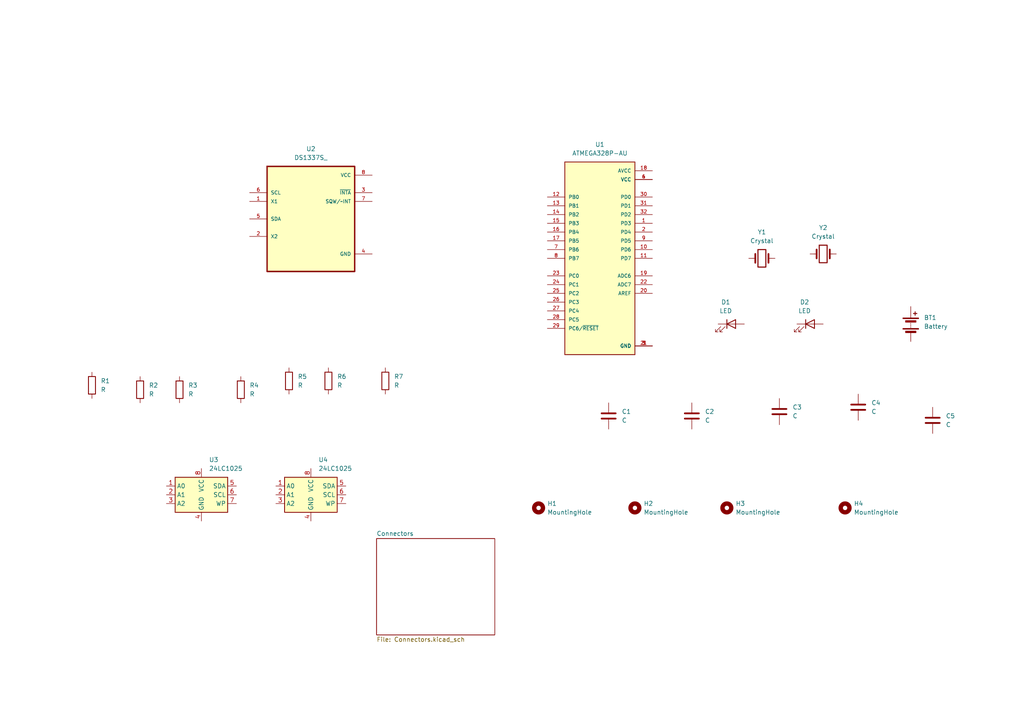
<source format=kicad_sch>
(kicad_sch (version 20231120) (generator "eeschema") (generator_version "8.0")
  (paper "A4")
  (title_block (title "MCU datalogger") (date "2024-08-26") (rev "1") (company "MORCHID"))
  (lib_symbols
    (symbol "ATMEGA328P-AU:ATMEGA328P-AU" (pin_names (offset 1.016))
      (property "Reference" "U" (at -10.1755 29.2546 0))
      (property "Value" "ATMEGA328P-AU" (at -10.1669 -31.7714 0))
      (symbol "ATMEGA328P-AU_0_0"
        (rectangle (start -10.16 -27.94) (end 10.16 27.94) (stroke (width 0.254)) (fill (type background)))
        (pin bidirectional line (at 15.24 10.16 180) (length 5.08) (name "PD3") (number "1"))
        (pin bidirectional line (at 15.24 2.54 180) (length 5.08) (name "PD6") (number "10"))
        (pin bidirectional line (at 15.24 0 180) (length 5.08) (name "PD7") (number "11"))
        (pin bidirectional line (at -15.24 17.78 0) (length 5.08) (name "PB0") (number "12"))
        (pin bidirectional line (at -15.24 15.24 0) (length 5.08) (name "PB1") (number "13"))
        (pin bidirectional line (at -15.24 12.7 0) (length 5.08) (name "PB2") (number "14"))
        (pin bidirectional line (at -15.24 10.16 0) (length 5.08) (name "PB3") (number "15"))
        (pin bidirectional line (at -15.24 7.62 0) (length 5.08) (name "PB4") (number "16"))
        (pin bidirectional line (at -15.24 5.08 0) (length 5.08) (name "PB5") (number "17"))
        (pin power_in line (at 15.24 25.4 180) (length 5.08) (name "AVCC") (number "18"))
        (pin bidirectional line (at 15.24 -5.08 180) (length 5.08) (name "ADC6") (number "19"))
        (pin bidirectional line (at 15.24 7.62 180) (length 5.08) (name "PD4") (number "2"))
        (pin input line (at 15.24 -10.16 180) (length 5.08) (name "AREF") (number "20"))
        (pin power_in line (at 15.24 -25.4 180) (length 5.08) (name "GND") (number "21"))
        (pin bidirectional line (at 15.24 -7.62 180) (length 5.08) (name "ADC7") (number "22"))
        (pin bidirectional line (at -15.24 -5.08 0) (length 5.08) (name "PC0") (number "23"))
        (pin bidirectional line (at -15.24 -7.62 0) (length 5.08) (name "PC1") (number "24"))
        (pin bidirectional line (at -15.24 -10.16 0) (length 5.08) (name "PC2") (number "25"))
        (pin bidirectional line (at -15.24 -12.7 0) (length 5.08) (name "PC3") (number "26"))
        (pin bidirectional line (at -15.24 -15.24 0) (length 5.08) (name "PC4") (number "27"))
        (pin bidirectional line (at -15.24 -17.78 0) (length 5.08) (name "PC5") (number "28"))
        (pin bidirectional line (at -15.24 -20.32 0) (length 5.08) (name "PC6/~{RESET}") (number "29"))
        (pin power_in line (at 15.24 -25.4 180) (length 5.08) (name "GND") (number "3"))
        (pin bidirectional line (at 15.24 17.78 180) (length 5.08) (name "PD0") (number "30"))
        (pin bidirectional line (at 15.24 15.24 180) (length 5.08) (name "PD1") (number "31"))
        (pin bidirectional line (at 15.24 12.7 180) (length 5.08) (name "PD2") (number "32"))
        (pin power_in line (at 15.24 22.86 180) (length 5.08) (name "VCC") (number "4"))
        (pin power_in line (at 15.24 -25.4 180) (length 5.08) (name "GND") (number "5"))
        (pin power_in line (at 15.24 22.86 180) (length 5.08) (name "VCC") (number "6"))
        (pin bidirectional line (at -15.24 2.54 0) (length 5.08) (name "PB6") (number "7"))
        (pin bidirectional line (at -15.24 0 0) (length 5.08) (name "PB7") (number "8"))
        (pin bidirectional line (at 15.24 5.08 180) (length 5.08) (name "PD5") (number "9"))
      )
    )
    (symbol "DS1337S_:DS1337S_" (pin_names (offset 1.016))
      (property "Reference" "U" (at -12.7 16.24 0))
      (property "Value" "DS1337S_" (at -12.7 -19.24 0))
      (symbol "DS1337S__0_0"
        (rectangle (start -12.7 -15.24) (end 12.7 15.24) (stroke (width 0.41)) (fill (type background)))
        (pin input line (at -17.78 5.08 0) (length 5.08) (name "X1") (number "1"))
        (pin bidirectional line (at -17.78 -5.08 0) (length 5.08) (name "X2") (number "2"))
        (pin output line (at 17.78 7.62 180) (length 5.08) (name "~{INTA}") (number "3"))
        (pin power_in line (at 17.78 -10.16 180) (length 5.08) (name "GND") (number "4"))
        (pin bidirectional line (at -17.78 0 0) (length 5.08) (name "SDA") (number "5"))
        (pin input line (at -17.78 7.62 0) (length 5.08) (name "SCL") (number "6"))
        (pin output line (at 17.78 5.08 180) (length 5.08) (name "SQW/~INT") (number "7"))
        (pin power_in line (at 17.78 12.7 180) (length 5.08) (name "VCC") (number "8"))
      )
    )
    (symbol "Device:Battery" (pin_numbers hide) (pin_names (offset 0) hide)
      (property "Reference" "BT" (at 2.54 2.54 0))
      (property "Value" "Battery" (at 2.54 0 0))
      (symbol "Battery_0_1"
        (rectangle (start -2.286 -1.27) (end 2.286 -1.524) (fill (type outline)))
        (rectangle (start -2.286 1.778) (end 2.286 1.524) (fill (type outline)))
        (rectangle (start -1.524 -2.032) (end 1.524 -2.54) (fill (type outline)))
        (rectangle (start -1.524 1.016) (end 1.524 0.508) (fill (type outline)))
        (polyline (pts (xy 0 -1.016) (xy 0 -0.762)))
        (polyline (pts (xy 0 -0.508) (xy 0 -0.254)))
        (polyline (pts (xy 0 0) (xy 0 0.254)))
        (polyline (pts (xy 0 1.778) (xy 0 2.54)))
        (polyline (pts (xy 0.762 3.048) (xy 1.778 3.048)) (stroke (width 0.254)))
        (polyline (pts (xy 1.27 3.556) (xy 1.27 2.54)) (stroke (width 0.254)))
      )
      (symbol "Battery_1_1"
        (pin passive line (at 0 5.08 270) (length 2.54) (name "+") (number "1"))
        (pin passive line (at 0 -5.08 90) (length 2.54) (name "-") (number "2"))
      )
    )
    (symbol "Device:C" (pin_numbers hide) (pin_names (offset 0.254))
      (property "Reference" "C" (at 0.635 2.54 0))
      (property "Value" "C" (at 0.635 -2.54 0))
      (symbol "C_0_1"
        (polyline (pts (xy -2.032 -0.762) (xy 2.032 -0.762)) (stroke (width 0.508)))
        (polyline (pts (xy -2.032 0.762) (xy 2.032 0.762)) (stroke (width 0.508)))
      )
      (symbol "C_1_1"
        (pin passive line (at 0 3.81 270) (length 2.794) (name "~") (number "1"))
        (pin passive line (at 0 -3.81 90) (length 2.794) (name "~") (number "2"))
      )
    )
    (symbol "Device:Crystal" (pin_numbers hide) (pin_names (offset 1.016) hide)
      (property "Reference" "Y" (at 0 3.81 0))
      (property "Value" "Crystal" (at 0 -3.81 0))
      (symbol "Crystal_0_1"
        (rectangle (start -1.143 2.54) (end 1.143 -2.54) (stroke (width 0.3048)))
        (polyline (pts (xy -2.54 0) (xy -1.905 0)))
        (polyline (pts (xy -1.905 -1.27) (xy -1.905 1.27)) (stroke (width 0.508)))
        (polyline (pts (xy 1.905 -1.27) (xy 1.905 1.27)) (stroke (width 0.508)))
        (polyline (pts (xy 2.54 0) (xy 1.905 0)))
      )
      (symbol "Crystal_1_1"
        (pin passive line (at -3.81 0 0) (length 1.27) (name "1") (number "1"))
        (pin passive line (at 3.81 0 180) (length 1.27) (name "2") (number "2"))
      )
    )
    (symbol "Device:LED" (pin_numbers hide) (pin_names (offset 1.016) hide)
      (property "Reference" "D" (at 0 2.54 0))
      (property "Value" "LED" (at 0 -2.54 0))
      (symbol "LED_0_1"
        (polyline (pts (xy -1.27 -1.27) (xy -1.27 1.27)) (stroke (width 0.254)))
        (polyline (pts (xy -1.27 0) (xy 1.27 0)))
        (polyline (pts (xy 1.27 -1.27) (xy 1.27 1.27) (xy -1.27 0) (xy 1.27 -1.27)) (stroke (width 0.254)))
        (polyline (pts (xy -3.048 -0.762) (xy -4.572 -2.286) (xy -3.81 -2.286) (xy -4.572 -2.286) (xy -4.572 -1.524)))
        (polyline (pts (xy -1.778 -0.762) (xy -3.302 -2.286) (xy -2.54 -2.286) (xy -3.302 -2.286) (xy -3.302 -1.524)))
      )
      (symbol "LED_1_1"
        (pin passive line (at -3.81 0 0) (length 2.54) (name "K") (number "1"))
        (pin passive line (at 3.81 0 180) (length 2.54) (name "A") (number "2"))
      )
    )
    (symbol "Device:R" (pin_numbers hide) (pin_names (offset 0))
      (property "Reference" "R" (at 2.032 0 90))
      (property "Value" "R" (at 0 0 90))
      (symbol "R_0_1"
        (rectangle (start -1.016 -2.54) (end 1.016 2.54) (stroke (width 0.254)))
      )
      (symbol "R_1_1"
        (pin passive line (at 0 3.81 270) (length 1.27) (name "~") (number "1"))
        (pin passive line (at 0 -3.81 90) (length 1.27) (name "~") (number "2"))
      )
    )
    (symbol "Mechanical:MountingHole" (pin_names (offset 1.016)) (exclude_from_sim yes) (in_bom no)
      (property "Reference" "H" (at 0 5.08 0))
      (property "Value" "MountingHole" (at 0 3.175 0))
      (symbol "MountingHole_0_1"
        (circle (center 0 0) (radius 1.27) (stroke (width 1.27)))
      )
    )
    (symbol "Memory_EEPROM:24LC1025"
      (property "Reference" "U" (at -6.35 6.35 0))
      (property "Value" "24LC1025" (at 1.27 6.35 0))
      (symbol "24LC1025_1_1"
        (rectangle (start -7.62 5.08) (end 7.62 -5.08) (stroke (width 0.254)) (fill (type background)))
        (pin input line (at -10.16 2.54 0) (length 2.54) (name "A0") (number "1"))
        (pin input line (at -10.16 0 0) (length 2.54) (name "A1") (number "2"))
        (pin input line (at -10.16 -2.54 0) (length 2.54) (name "A2") (number "3"))
        (pin power_in line (at 0 -7.62 90) (length 2.54) (name "GND") (number "4"))
        (pin bidirectional line (at 10.16 2.54 180) (length 2.54) (name "SDA") (number "5"))
        (pin input line (at 10.16 0 180) (length 2.54) (name "SCL") (number "6"))
        (pin input line (at 10.16 -2.54 180) (length 2.54) (name "WP") (number "7"))
        (pin power_in line (at 0 7.62 270) (length 2.54) (name "VCC") (number "8"))
      )
    )
  )
  (symbol (lib_id "Device:C") (at 200.66 120.65 0) (unit 1)
    (property "Reference" "C2" (at 204.47 119.3799 0) (effects (justify left)))
    (property "Value" "C" (at 204.47 121.9199 0) (effects (justify left)))
    (property "Description" "Unpolarized capacitor" (effects (hide yes)))
  )
  (symbol (lib_id "Device:LED") (at 234.95 93.98 0) (unit 1)
    (property "Reference" "D2" (at 233.3625 87.63 0))
    (property "Value" "LED" (at 233.3625 90.17 0))
    (property "Description" "Light emitting diode" (effects (hide yes)))
  )
  (symbol (lib_id "Device:R") (at 95.25 110.49 0) (unit 1)
    (property "Reference" "R6" (at 97.79 109.2199 0) (effects (justify left)))
    (property "Value" "R" (at 97.79 111.7599 0) (effects (justify left)))
    (property "Description" "Resistor" (effects (hide yes)))
  )
  (symbol (lib_id "Device:R") (at 40.64 113.03 0) (unit 1)
    (property "Reference" "R2" (at 43.18 111.7599 0) (effects (justify left)))
    (property "Value" "R" (at 43.18 114.2999 0) (effects (justify left)))
    (property "Description" "Resistor" (effects (hide yes)))
  )
  (symbol (lib_id "Memory_EEPROM:24LC1025") (at 90.17 143.51 0) (unit 1)
    (property "Reference" "U4" (at 92.3641 133.35 0) (effects (justify left)))
    (property "Value" "24LC1025" (at 92.3641 135.89 0) (effects (justify left)))
    (property "Datasheet" "http://ww1.microchip.com/downloads/en/DeviceDoc/21941B.pdf" (effects (hide yes)))
    (property "Description" "I2C Serial EEPROM, 1024Kb, DIP-8/SOIC-8/TSSOP-8/DFN-8" (effects (hide yes)))
  )
  (symbol (lib_id "Memory_EEPROM:24LC1025") (at 58.42 143.51 0) (unit 1)
    (property "Reference" "U3" (at 60.6141 133.35 0) (effects (justify left)))
    (property "Value" "24LC1025" (at 60.6141 135.89 0) (effects (justify left)))
    (property "Datasheet" "http://ww1.microchip.com/downloads/en/DeviceDoc/21941B.pdf" (effects (hide yes)))
    (property "Description" "I2C Serial EEPROM, 1024Kb, DIP-8/SOIC-8/TSSOP-8/DFN-8" (effects (hide yes)))
  )
  (symbol (lib_id "Device:Battery") (at 264.16 93.98 0) (unit 1)
    (property "Reference" "BT1" (at 267.97 92.1384 0) (effects (justify left)))
    (property "Value" "Battery" (at 267.97 94.6784 0) (effects (justify left)))
    (property "Description" "Multiple-cell battery" (effects (hide yes)))
  )
  (symbol (lib_id "Mechanical:MountingHole") (at 184.15 147.32 0) (unit 1) (exclude_from_sim yes) (in_bom no)
    (property "Reference" "H2" (at 186.69 146.0499 0) (effects (justify left)))
    (property "Value" "MountingHole" (at 186.69 148.5899 0) (effects (justify left)))
    (property "Description" "Mounting Hole without connection" (effects (hide yes)))
  )
  (symbol (lib_id "Device:R") (at 26.67 111.76 0) (unit 1)
    (property "Reference" "R1" (at 29.21 110.4899 0) (effects (justify left)))
    (property "Value" "R" (at 29.21 113.0299 0) (effects (justify left)))
    (property "Description" "Resistor" (effects (hide yes)))
  )
  (symbol (lib_id "Device:LED") (at 212.09 93.98 0) (unit 1)
    (property "Reference" "D1" (at 210.5025 87.63 0))
    (property "Value" "LED" (at 210.5025 90.17 0))
    (property "Description" "Light emitting diode" (effects (hide yes)))
  )
  (symbol (lib_id "Device:Crystal") (at 238.76 73.66 0) (unit 1)
    (property "Reference" "Y2" (at 238.76 66.04 0))
    (property "Value" "Crystal" (at 238.76 68.58 0))
    (property "Description" "Two pin crystal" (effects (hide yes)))
  )
  (symbol (lib_id "Device:R") (at 69.85 113.03 0) (unit 1)
    (property "Reference" "R4" (at 72.39 111.7599 0) (effects (justify left)))
    (property "Value" "R" (at 72.39 114.2999 0) (effects (justify left)))
    (property "Description" "Resistor" (effects (hide yes)))
  )
  (symbol (lib_id "Mechanical:MountingHole") (at 156.21 147.32 0) (unit 1) (exclude_from_sim yes) (in_bom no)
    (property "Reference" "H1" (at 158.75 146.0499 0) (effects (justify left)))
    (property "Value" "MountingHole" (at 158.75 148.5899 0) (effects (justify left)))
    (property "Description" "Mounting Hole without connection" (effects (hide yes)))
  )
  (symbol (lib_id "Device:R") (at 52.07 113.03 0) (unit 1)
    (property "Reference" "R3" (at 54.61 111.7599 0) (effects (justify left)))
    (property "Value" "R" (at 54.61 114.2999 0) (effects (justify left)))
    (property "Description" "Resistor" (effects (hide yes)))
  )
  (symbol (lib_id "Mechanical:MountingHole") (at 210.82 147.32 0) (unit 1) (exclude_from_sim yes) (in_bom no)
    (property "Reference" "H3" (at 213.36 146.0499 0) (effects (justify left)))
    (property "Value" "MountingHole" (at 213.36 148.5899 0) (effects (justify left)))
    (property "Description" "Mounting Hole without connection" (effects (hide yes)))
  )
  (symbol (lib_id "Device:C") (at 248.92 118.11 0) (unit 1)
    (property "Reference" "C4" (at 252.73 116.8399 0) (effects (justify left)))
    (property "Value" "C" (at 252.73 119.3799 0) (effects (justify left)))
    (property "Description" "Unpolarized capacitor" (effects (hide yes)))
  )
  (symbol (lib_id "DS1337S_:DS1337S_") (at 90.17 63.5 0) (unit 1)
    (property "Reference" "U2" (at 90.17 43.18 0))
    (property "Value" "DS1337S_" (at 90.17 45.72 0))
    (property "Footprint" "DS1337S_:SOIC127P600X175-8N" (effects (hide yes)))
    (property "MF" "Analog Devices" (effects (hide yes)))
    (property "Description_1" "\nReal Time Clock (RTC) IC Clock/Calendar - I²C, 2-Wire Serial 8-SOIC (0.154, 3.90mm Width)\n" (effects (hide yes)))
    (property "Package" "SOIC-8 Maxim" (effects (hide yes)))
    (property "Price" "None" (effects (hide yes)))
    (property "SnapEDA_Link" "https://www.snapeda.com/parts/DS1337S/Analog+Devices/view-part/?ref=snap" (effects (hide yes)))
    (property "MP" "DS1337S" (effects (hide yes)))
    (property "Purchase-URL" "https://www.snapeda.com/api/url_track_click_mouser/?unipart_id=2748190&manufacturer=Analog Devices&part_name=DS1337S&search_term=ds1337s" (effects (hide yes)))
    (property "Availability" "In Stock" (effects (hide yes)))
    (property "Check_prices" "https://www.snapeda.com/parts/DS1337S/Analog+Devices/view-part/?ref=eda" (effects (hide yes)))
  )
  (symbol (lib_id "Device:C") (at 270.51 121.92 0) (unit 1)
    (property "Reference" "C5" (at 274.32 120.6499 0) (effects (justify left)))
    (property "Value" "C" (at 274.32 123.1899 0) (effects (justify left)))
    (property "Description" "Unpolarized capacitor" (effects (hide yes)))
  )
  (symbol (lib_id "Device:Crystal") (at 220.98 74.93 0) (unit 1)
    (property "Reference" "Y1" (at 220.98 67.31 0))
    (property "Value" "Crystal" (at 220.98 69.85 0))
    (property "Description" "Two pin crystal" (effects (hide yes)))
  )
  (symbol (lib_id "Mechanical:MountingHole") (at 245.11 147.32 0) (unit 1) (exclude_from_sim yes) (in_bom no)
    (property "Reference" "H4" (at 247.65 146.0499 0) (effects (justify left)))
    (property "Value" "MountingHole" (at 247.65 148.5899 0) (effects (justify left)))
    (property "Description" "Mounting Hole without connection" (effects (hide yes)))
  )
  (symbol (lib_id "Device:C") (at 226.06 119.38 0) (unit 1)
    (property "Reference" "C3" (at 229.87 118.1099 0) (effects (justify left)))
    (property "Value" "C" (at 229.87 120.6499 0) (effects (justify left)))
    (property "Description" "Unpolarized capacitor" (effects (hide yes)))
  )
  (symbol (lib_id "Device:R") (at 83.82 110.49 0) (unit 1)
    (property "Reference" "R5" (at 86.36 109.2199 0) (effects (justify left)))
    (property "Value" "R" (at 86.36 111.7599 0) (effects (justify left)))
    (property "Description" "Resistor" (effects (hide yes)))
  )
  (symbol (lib_id "Device:R") (at 111.76 110.49 0) (unit 1)
    (property "Reference" "R7" (at 114.3 109.2199 0) (effects (justify left)))
    (property "Value" "R" (at 114.3 111.7599 0) (effects (justify left)))
    (property "Description" "Resistor" (effects (hide yes)))
  )
  (symbol (lib_id "ATMEGA328P-AU:ATMEGA328P-AU") (at 173.99 74.93 0) (unit 1)
    (property "Reference" "U1" (at 173.99 41.91 0))
    (property "Value" "ATMEGA328P-AU" (at 173.99 44.45 0))
    (property "Footprint" "ATMEGA328P-AU:QFP80P900X900X120-32N" (effects (hide yes)))
    (property "MF" "Microchip" (effects (hide yes)))
    (property "MAXIMUM_PACKAGE_HEIGHT" "1.20mm" (effects (hide yes)))
    (property "Package" "TQFP-32 Microchip" (effects (hide yes)))
    (property "Price" "None" (effects (hide yes)))
    (property "Check_prices" "https://www.snapeda.com/parts/ATMEGA328P-AU/Microchip/view-part/?ref=eda" (effects (hide yes)))
    (property "STANDARD" "IPC-7351B" (effects (hide yes)))
    (property "PARTREV" "8271A" (effects (hide yes)))
    (property "SnapEDA_Link" "https://www.snapeda.com/parts/ATMEGA328P-AU/Microchip/view-part/?ref=snap" (effects (hide yes)))
    (property "MP" "ATMEGA328P-AU" (effects (hide yes)))
    (property "Purchase-URL" "https://www.snapeda.com/api/url_track_click_mouser/?unipart_id=44280&manufacturer=Microchip&part_name=ATMEGA328P-AU&search_term=atmega328p-au" (effects (hide yes)))
    (property "Description_1" "\nAVR AVR® ATmega Microcontroller IC 8-Bit 20MHz 32KB (16K x 16) FLASH 32-TQFP (7x7)\n" (effects (hide yes)))
    (property "Availability" "In Stock" (effects (hide yes)))
    (property "MANUFACTURER" "Microchip" (effects (hide yes)))
  )
  (symbol (lib_id "Device:C") (at 176.53 120.65 0) (unit 1)
    (property "Reference" "C1" (at 180.34 119.3799 0) (effects (justify left)))
    (property "Value" "C" (at 180.34 121.9199 0) (effects (justify left)))
    (property "Description" "Unpolarized capacitor" (effects (hide yes)))
  )
  (sheet (at 109.22 156.21) (size 34.29 27.94) (stroke (width 0.1524))
    (property "Sheetname" "Connectors" (at 109.22 155.4984 0) (effects (justify left bottom)))
    (property "Sheetfile" "Connectors.kicad_sch" (at 109.22 184.7346 0) (effects (justify left top)))
  )
)
</source>
